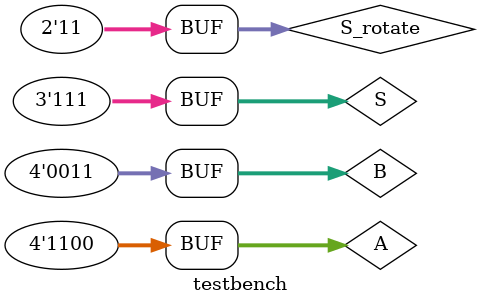
<source format=v>
`timescale 1ns/1ps

module fa(s, cout, a, b, cin);
output s, cout; 
input a, b, cin;

assign s = (a ^ (b ^ cin));
assign cout = ((a & b) | cin & (a ^ b));

endmodule

module fs(d, bout, x, y, bin); 
output d, bout;
input x, y, bin;
 
assign d = (x ^ (y ^ bin));
assign bout = ((~x & bin) | (~x & y) | (y & bin)); 

endmodule

module mux4to1(y, s0, s1, i3, i2, i1, i0);
output reg y;
input wire s0, s1;
input wire i0, i1, i2, i3;

always@(*)
case({s1,s0})
2'b00:y=i3;
2'b01:y=i2;
2'b10:y=i1;
2'b11:y=i0;
default:$display("invalid");
endcase
endmodule

module right_rotate_a(y,w,s0,s1);
input [3:0]w;
input s0,s1;
output [3:0] y;

mux4to1 m1(y[3],s0,s1,w[0],w[1],w[2],w[3]);
mux4to1 m2(y[2],s0,s1,w[3],w[0],w[1],w[2]);
mux4to1 m3(y[1],s0,s1,w[2],w[3],w[0],w[1]);
mux4to1 m4(y[0],s0,s1,w[1],w[2],w[3],w[0]);

endmodule

module left_rotate_a(y,w,s0,s1);
input [3:0]w;
input s0,s1;
output [3:0] y;

mux4to1 m5(y[3],s0,s1,w[2],w[1],w[0],w[3]);
mux4to1 m6(y[2],s0,s1,w[1],w[0],w[3],w[2]);
mux4to1 m7(y[1],s0,s1,w[0],w[3],w[2],w[1]);
mux4to1 m8(y[0],s0,s1,w[3],w[2],w[1],w[0]);

endmodule

module right_rotate_b(y,w,s0,s1);
input [3:0]w;
input s0,s1;
output [3:0] y;

mux4to1 m9(y[3],s0,s1,w[0],w[1],w[2],w[3]);
mux4to1 m10(y[2],s0,s1,w[3],w[0],w[1],w[2]);
mux4to1 m11(y[1],s0,s1,w[2],w[3],w[0],w[1]);
mux4to1 m12(y[0],s0,s1,w[1],w[2],w[3],w[0]);

endmodule

module left_rotate_b(y,w,s0,s1);
input [3:0]w;
input s0,s1;
output [3:0] y;

mux4to1 m13(y[3],s0,s1,w[2],w[1],w[0],w[3]);
mux4to1 m14(y[2],s0,s1,w[1],w[0],w[3],w[2]);
mux4to1 m15(y[1],s0,s1,w[0],w[3],w[2],w[1]);
mux4to1 m16(y[0],s0,s1,w[3],w[2],w[1],w[0]);

endmodule


module mux8to1(y, s0, s1, s2, i0, i1, i2, i3, i4, i5, i6, i7);
output reg [3:0] y;
input wire s0, s1, s2;
input wire [3:0]i0, i1, i2, i3, i4, i5, i6, i7;

always@(*)
case({s2,s1,s0})
3'b000:y=i0;
3'b001:y=i1;
3'b010:y=i2;
3'b011:y=i3;
3'b100:y=i4;
3'b101:y=i5;
3'b110:y=i6;
3'b111:y=i7;
default:$display("invalid");
endcase
endmodule

module one_bit_alu(x_out, s_out, c_out, d_out, b_out, a, b, cin, bin);
output x_out, s_out, c_out, d_out, b_out;
input a, b, cin, bin;

assign x_out = ~(a^b);

fa fa1(s_out, c_out, a, b, cin);

fs fs1(d_out, b_out, a, b, bin);

endmodule

module four_bit_alu(Y,Y2, A, B, S, S_rotate, COUT, BOUT);
output [3:0]Y;
output Y2;
output COUT, BOUT;
input [3:0]A, B;
input [2:0]S;
input [1:0]S_rotate;

wire [3:0]XNOR,SUM, DIFF, right_a, left_a, right_b, left_b;
wire co1, co2, co3, bo1, bo2, bo3;

one_bit_alu aloo1(XNOR[0], SUM[0], co1, DIFF[0], bo1, A[0], B[0], 1'b0, 1'b0);
one_bit_alu aloo2(XNOR[1], SUM[1], co2, DIFF[1], bo2, A[1], B[1], co1, bo1);
one_bit_alu aloo3(XNOR[2], SUM[2], co3, DIFF[2], bo3, A[2], B[2], co2, bo2);
one_bit_alu aloo4(XNOR[3], SUM[3], COUT, DIFF[3], BOUT, A[3], B[3], co3, bo3);

right_rotate_a ra(right_a,A,S_rotate[0],S_rotate[1]);
right_rotate_b rb(right_b,B,S_rotate[0],S_rotate[1]);

left_rotate_a la(left_a,A,S_rotate[0],S_rotate[1]);
left_rotate_b lb(left_b,B,S_rotate[0],S_rotate[1]);

mux8to1 m81(Y, S[0], S[1], S[2], XNOR, SUM, DIFF, right_a, left_a, right_b, left_b, 4'b0);
wire w1, w2;
and a1(w1, S[0], ~S[1], ~S[2]);
and a2(w2, ~S[0], S[1], ~S[2]);
or a3(Y2, w1, w2);

endmodule

//Testbench:
module testbench;
reg [3:0]A, B;
reg [2:0]S;
reg [1:0]S_rotate;
wire COUT, BOUT;
wire [3:0]Y;
wire Y2;
four_bit_alu alu(.Y(Y), .Y2(Y2), .A(A), .B(B), .S(S), .S_rotate(S_rotate), .COUT(COUT), .BOUT(BOUT));

initial 
begin

$monitor("Time = %0t A=%d, B=%d, S=%d, Sr=%d, Y=%d",$time, A, B, S, S_rotate, Y);
A = 4'b1100;
B = 4'b0011;
S = 3'b000;
S_rotate = 2'b00;

#5 S = 3'b001;
#5 S = 3'b010;

#5 S = 3'b011;
#5 S_rotate = 2'b01;
#5 S_rotate = 2'b10;
#5 S_rotate = 2'b11;

#5 S = 3'b100;
S_rotate = 2'b00;
#5 S_rotate = 2'b01;
#5 S_rotate = 2'b10;
#5 S_rotate = 2'b11;

#5 S = 3'b101;
S_rotate = 2'b00;
#5 S_rotate = 2'b01;
#5 S_rotate = 2'b10;
#5 S_rotate = 2'b11;

#5 S = 3'b110;
S_rotate = 2'b00;
#5 S_rotate = 2'b01;
#5 S_rotate = 2'b10;
#5 S_rotate = 2'b11;

#5 S = 3'b111;
end 
endmodule

</source>
